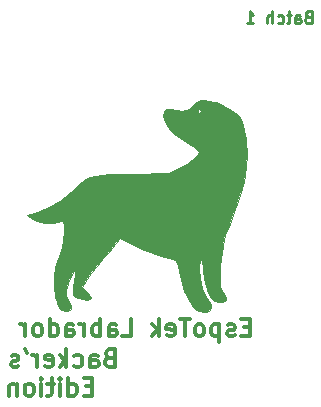
<source format=gbr>
G04 #@! TF.FileFunction,Legend,Bot*
%FSLAX46Y46*%
G04 Gerber Fmt 4.6, Leading zero omitted, Abs format (unit mm)*
G04 Created by KiCad (PCBNEW 4.0.4-stable) date 05/09/17 17:15:03*
%MOMM*%
%LPD*%
G01*
G04 APERTURE LIST*
%ADD10C,0.100000*%
%ADD11C,0.250000*%
%ADD12C,0.300000*%
%ADD13C,0.010000*%
G04 APERTURE END LIST*
D10*
D11*
X101794962Y-99801371D02*
X101652105Y-99848990D01*
X101604486Y-99896610D01*
X101556867Y-99991848D01*
X101556867Y-100134705D01*
X101604486Y-100229943D01*
X101652105Y-100277562D01*
X101747343Y-100325181D01*
X102128296Y-100325181D01*
X102128296Y-99325181D01*
X101794962Y-99325181D01*
X101699724Y-99372800D01*
X101652105Y-99420419D01*
X101604486Y-99515657D01*
X101604486Y-99610895D01*
X101652105Y-99706133D01*
X101699724Y-99753752D01*
X101794962Y-99801371D01*
X102128296Y-99801371D01*
X100699724Y-100325181D02*
X100699724Y-99801371D01*
X100747343Y-99706133D01*
X100842581Y-99658514D01*
X101033058Y-99658514D01*
X101128296Y-99706133D01*
X100699724Y-100277562D02*
X100794962Y-100325181D01*
X101033058Y-100325181D01*
X101128296Y-100277562D01*
X101175915Y-100182324D01*
X101175915Y-100087086D01*
X101128296Y-99991848D01*
X101033058Y-99944229D01*
X100794962Y-99944229D01*
X100699724Y-99896610D01*
X100366391Y-99658514D02*
X99985439Y-99658514D01*
X100223534Y-99325181D02*
X100223534Y-100182324D01*
X100175915Y-100277562D01*
X100080677Y-100325181D01*
X99985439Y-100325181D01*
X99223533Y-100277562D02*
X99318771Y-100325181D01*
X99509248Y-100325181D01*
X99604486Y-100277562D01*
X99652105Y-100229943D01*
X99699724Y-100134705D01*
X99699724Y-99848990D01*
X99652105Y-99753752D01*
X99604486Y-99706133D01*
X99509248Y-99658514D01*
X99318771Y-99658514D01*
X99223533Y-99706133D01*
X98794962Y-100325181D02*
X98794962Y-99325181D01*
X98366390Y-100325181D02*
X98366390Y-99801371D01*
X98414009Y-99706133D01*
X98509247Y-99658514D01*
X98652105Y-99658514D01*
X98747343Y-99706133D01*
X98794962Y-99753752D01*
X96604485Y-100325181D02*
X97175914Y-100325181D01*
X96890200Y-100325181D02*
X96890200Y-99325181D01*
X96985438Y-99468038D01*
X97080676Y-99563276D01*
X97175914Y-99610895D01*
D12*
X83522700Y-131071157D02*
X83022700Y-131071157D01*
X82808414Y-131856871D02*
X83522700Y-131856871D01*
X83522700Y-130356871D01*
X82808414Y-130356871D01*
X81522700Y-131856871D02*
X81522700Y-130356871D01*
X81522700Y-131785443D02*
X81665557Y-131856871D01*
X81951271Y-131856871D01*
X82094129Y-131785443D01*
X82165557Y-131714014D01*
X82236986Y-131571157D01*
X82236986Y-131142586D01*
X82165557Y-130999729D01*
X82094129Y-130928300D01*
X81951271Y-130856871D01*
X81665557Y-130856871D01*
X81522700Y-130928300D01*
X80808414Y-131856871D02*
X80808414Y-130856871D01*
X80808414Y-130356871D02*
X80879843Y-130428300D01*
X80808414Y-130499729D01*
X80736986Y-130428300D01*
X80808414Y-130356871D01*
X80808414Y-130499729D01*
X80308414Y-130856871D02*
X79736985Y-130856871D01*
X80094128Y-130356871D02*
X80094128Y-131642586D01*
X80022700Y-131785443D01*
X79879842Y-131856871D01*
X79736985Y-131856871D01*
X79236985Y-131856871D02*
X79236985Y-130856871D01*
X79236985Y-130356871D02*
X79308414Y-130428300D01*
X79236985Y-130499729D01*
X79165557Y-130428300D01*
X79236985Y-130356871D01*
X79236985Y-130499729D01*
X78308413Y-131856871D02*
X78451271Y-131785443D01*
X78522699Y-131714014D01*
X78594128Y-131571157D01*
X78594128Y-131142586D01*
X78522699Y-130999729D01*
X78451271Y-130928300D01*
X78308413Y-130856871D01*
X78094128Y-130856871D01*
X77951271Y-130928300D01*
X77879842Y-130999729D01*
X77808413Y-131142586D01*
X77808413Y-131571157D01*
X77879842Y-131714014D01*
X77951271Y-131785443D01*
X78094128Y-131856871D01*
X78308413Y-131856871D01*
X77165556Y-130856871D02*
X77165556Y-131856871D01*
X77165556Y-130999729D02*
X77094128Y-130928300D01*
X76951270Y-130856871D01*
X76736985Y-130856871D01*
X76594128Y-130928300D01*
X76522699Y-131071157D01*
X76522699Y-131856871D01*
X84995057Y-128658157D02*
X84780771Y-128729586D01*
X84709343Y-128801014D01*
X84637914Y-128943871D01*
X84637914Y-129158157D01*
X84709343Y-129301014D01*
X84780771Y-129372443D01*
X84923629Y-129443871D01*
X85495057Y-129443871D01*
X85495057Y-127943871D01*
X84995057Y-127943871D01*
X84852200Y-128015300D01*
X84780771Y-128086729D01*
X84709343Y-128229586D01*
X84709343Y-128372443D01*
X84780771Y-128515300D01*
X84852200Y-128586729D01*
X84995057Y-128658157D01*
X85495057Y-128658157D01*
X83352200Y-129443871D02*
X83352200Y-128658157D01*
X83423629Y-128515300D01*
X83566486Y-128443871D01*
X83852200Y-128443871D01*
X83995057Y-128515300D01*
X83352200Y-129372443D02*
X83495057Y-129443871D01*
X83852200Y-129443871D01*
X83995057Y-129372443D01*
X84066486Y-129229586D01*
X84066486Y-129086729D01*
X83995057Y-128943871D01*
X83852200Y-128872443D01*
X83495057Y-128872443D01*
X83352200Y-128801014D01*
X81995057Y-129372443D02*
X82137914Y-129443871D01*
X82423628Y-129443871D01*
X82566486Y-129372443D01*
X82637914Y-129301014D01*
X82709343Y-129158157D01*
X82709343Y-128729586D01*
X82637914Y-128586729D01*
X82566486Y-128515300D01*
X82423628Y-128443871D01*
X82137914Y-128443871D01*
X81995057Y-128515300D01*
X81352200Y-129443871D02*
X81352200Y-127943871D01*
X81209343Y-128872443D02*
X80780772Y-129443871D01*
X80780772Y-128443871D02*
X81352200Y-129015300D01*
X79566486Y-129372443D02*
X79709343Y-129443871D01*
X79995057Y-129443871D01*
X80137914Y-129372443D01*
X80209343Y-129229586D01*
X80209343Y-128658157D01*
X80137914Y-128515300D01*
X79995057Y-128443871D01*
X79709343Y-128443871D01*
X79566486Y-128515300D01*
X79495057Y-128658157D01*
X79495057Y-128801014D01*
X80209343Y-128943871D01*
X78852200Y-129443871D02*
X78852200Y-128443871D01*
X78852200Y-128729586D02*
X78780772Y-128586729D01*
X78709343Y-128515300D01*
X78566486Y-128443871D01*
X78423629Y-128443871D01*
X77852201Y-127943871D02*
X77995058Y-128229586D01*
X77280772Y-129372443D02*
X77137915Y-129443871D01*
X76852200Y-129443871D01*
X76709343Y-129372443D01*
X76637915Y-129229586D01*
X76637915Y-129158157D01*
X76709343Y-129015300D01*
X76852200Y-128943871D01*
X77066486Y-128943871D01*
X77209343Y-128872443D01*
X77280772Y-128729586D01*
X77280772Y-128658157D01*
X77209343Y-128515300D01*
X77066486Y-128443871D01*
X76852200Y-128443871D01*
X76709343Y-128515300D01*
X96868843Y-126054657D02*
X96368843Y-126054657D01*
X96154557Y-126840371D02*
X96868843Y-126840371D01*
X96868843Y-125340371D01*
X96154557Y-125340371D01*
X95583129Y-126768943D02*
X95440272Y-126840371D01*
X95154557Y-126840371D01*
X95011700Y-126768943D01*
X94940272Y-126626086D01*
X94940272Y-126554657D01*
X95011700Y-126411800D01*
X95154557Y-126340371D01*
X95368843Y-126340371D01*
X95511700Y-126268943D01*
X95583129Y-126126086D01*
X95583129Y-126054657D01*
X95511700Y-125911800D01*
X95368843Y-125840371D01*
X95154557Y-125840371D01*
X95011700Y-125911800D01*
X94297414Y-125840371D02*
X94297414Y-127340371D01*
X94297414Y-125911800D02*
X94154557Y-125840371D01*
X93868843Y-125840371D01*
X93725986Y-125911800D01*
X93654557Y-125983229D01*
X93583128Y-126126086D01*
X93583128Y-126554657D01*
X93654557Y-126697514D01*
X93725986Y-126768943D01*
X93868843Y-126840371D01*
X94154557Y-126840371D01*
X94297414Y-126768943D01*
X92725985Y-126840371D02*
X92868843Y-126768943D01*
X92940271Y-126697514D01*
X93011700Y-126554657D01*
X93011700Y-126126086D01*
X92940271Y-125983229D01*
X92868843Y-125911800D01*
X92725985Y-125840371D01*
X92511700Y-125840371D01*
X92368843Y-125911800D01*
X92297414Y-125983229D01*
X92225985Y-126126086D01*
X92225985Y-126554657D01*
X92297414Y-126697514D01*
X92368843Y-126768943D01*
X92511700Y-126840371D01*
X92725985Y-126840371D01*
X91797414Y-125340371D02*
X90940271Y-125340371D01*
X91368842Y-126840371D02*
X91368842Y-125340371D01*
X89868843Y-126768943D02*
X90011700Y-126840371D01*
X90297414Y-126840371D01*
X90440271Y-126768943D01*
X90511700Y-126626086D01*
X90511700Y-126054657D01*
X90440271Y-125911800D01*
X90297414Y-125840371D01*
X90011700Y-125840371D01*
X89868843Y-125911800D01*
X89797414Y-126054657D01*
X89797414Y-126197514D01*
X90511700Y-126340371D01*
X89154557Y-126840371D02*
X89154557Y-125340371D01*
X89011700Y-126268943D02*
X88583129Y-126840371D01*
X88583129Y-125840371D02*
X89154557Y-126411800D01*
X86083128Y-126840371D02*
X86797414Y-126840371D01*
X86797414Y-125340371D01*
X84940271Y-126840371D02*
X84940271Y-126054657D01*
X85011700Y-125911800D01*
X85154557Y-125840371D01*
X85440271Y-125840371D01*
X85583128Y-125911800D01*
X84940271Y-126768943D02*
X85083128Y-126840371D01*
X85440271Y-126840371D01*
X85583128Y-126768943D01*
X85654557Y-126626086D01*
X85654557Y-126483229D01*
X85583128Y-126340371D01*
X85440271Y-126268943D01*
X85083128Y-126268943D01*
X84940271Y-126197514D01*
X84225985Y-126840371D02*
X84225985Y-125340371D01*
X84225985Y-125911800D02*
X84083128Y-125840371D01*
X83797414Y-125840371D01*
X83654557Y-125911800D01*
X83583128Y-125983229D01*
X83511699Y-126126086D01*
X83511699Y-126554657D01*
X83583128Y-126697514D01*
X83654557Y-126768943D01*
X83797414Y-126840371D01*
X84083128Y-126840371D01*
X84225985Y-126768943D01*
X82868842Y-126840371D02*
X82868842Y-125840371D01*
X82868842Y-126126086D02*
X82797414Y-125983229D01*
X82725985Y-125911800D01*
X82583128Y-125840371D01*
X82440271Y-125840371D01*
X81297414Y-126840371D02*
X81297414Y-126054657D01*
X81368843Y-125911800D01*
X81511700Y-125840371D01*
X81797414Y-125840371D01*
X81940271Y-125911800D01*
X81297414Y-126768943D02*
X81440271Y-126840371D01*
X81797414Y-126840371D01*
X81940271Y-126768943D01*
X82011700Y-126626086D01*
X82011700Y-126483229D01*
X81940271Y-126340371D01*
X81797414Y-126268943D01*
X81440271Y-126268943D01*
X81297414Y-126197514D01*
X79940271Y-126840371D02*
X79940271Y-125340371D01*
X79940271Y-126768943D02*
X80083128Y-126840371D01*
X80368842Y-126840371D01*
X80511700Y-126768943D01*
X80583128Y-126697514D01*
X80654557Y-126554657D01*
X80654557Y-126126086D01*
X80583128Y-125983229D01*
X80511700Y-125911800D01*
X80368842Y-125840371D01*
X80083128Y-125840371D01*
X79940271Y-125911800D01*
X79011699Y-126840371D02*
X79154557Y-126768943D01*
X79225985Y-126697514D01*
X79297414Y-126554657D01*
X79297414Y-126126086D01*
X79225985Y-125983229D01*
X79154557Y-125911800D01*
X79011699Y-125840371D01*
X78797414Y-125840371D01*
X78654557Y-125911800D01*
X78583128Y-125983229D01*
X78511699Y-126126086D01*
X78511699Y-126554657D01*
X78583128Y-126697514D01*
X78654557Y-126768943D01*
X78797414Y-126840371D01*
X79011699Y-126840371D01*
X77868842Y-126840371D02*
X77868842Y-125840371D01*
X77868842Y-126126086D02*
X77797414Y-125983229D01*
X77725985Y-125911800D01*
X77583128Y-125840371D01*
X77440271Y-125840371D01*
D13*
G36*
X93319322Y-106884123D02*
X93988681Y-107039947D01*
X94684687Y-107307065D01*
X95324554Y-107643357D01*
X95825495Y-108006702D01*
X96066571Y-108281863D01*
X96234951Y-108693922D01*
X96392430Y-109333247D01*
X96523658Y-110136856D01*
X96529354Y-110180996D01*
X96615469Y-111367841D01*
X96557893Y-112543271D01*
X96346563Y-113769126D01*
X95971414Y-115107252D01*
X95523953Y-116359066D01*
X95164840Y-117300784D01*
X94897925Y-118037983D01*
X94707375Y-118635581D01*
X94577359Y-119158492D01*
X94492044Y-119671635D01*
X94435598Y-120239926D01*
X94392190Y-120928281D01*
X94387208Y-121020118D01*
X94352420Y-121739555D01*
X94344721Y-122233656D01*
X94371400Y-122566696D01*
X94439747Y-122802949D01*
X94557053Y-123006688D01*
X94622924Y-123098362D01*
X94850178Y-123512530D01*
X94821362Y-123791614D01*
X94537357Y-123933340D01*
X94291534Y-123952000D01*
X93859821Y-123875249D01*
X93569892Y-123607226D01*
X93560498Y-123593080D01*
X93373578Y-123192272D01*
X93188164Y-122606124D01*
X93029697Y-121938593D01*
X92923615Y-121293634D01*
X92893574Y-120867714D01*
X92857999Y-120517767D01*
X92772478Y-120332345D01*
X92746286Y-120323428D01*
X92655515Y-120454327D01*
X92610606Y-120798044D01*
X92609397Y-121281113D01*
X92649728Y-121830067D01*
X92729435Y-122371439D01*
X92817411Y-122740709D01*
X92999128Y-123216319D01*
X93217763Y-123605988D01*
X93325411Y-123732977D01*
X93600577Y-124102508D01*
X93626044Y-124431813D01*
X93442336Y-124674655D01*
X93089979Y-124784799D01*
X92609497Y-124716011D01*
X92499111Y-124675716D01*
X92081079Y-124366021D01*
X91685089Y-123801368D01*
X91328255Y-123017044D01*
X91027694Y-122048337D01*
X90865022Y-121306764D01*
X90762423Y-120791063D01*
X90665571Y-120492116D01*
X90528473Y-120341040D01*
X90305136Y-120268952D01*
X90154249Y-120242257D01*
X89610719Y-120131969D01*
X89066150Y-119973623D01*
X88447780Y-119741309D01*
X87682846Y-119409116D01*
X87230858Y-119201276D01*
X85852000Y-118559453D01*
X85489143Y-119025135D01*
X85219968Y-119354902D01*
X84829976Y-119813788D01*
X84392837Y-120315408D01*
X84284757Y-120437435D01*
X83840005Y-120964025D01*
X83423415Y-121502277D01*
X83112453Y-121951175D01*
X83068465Y-122023538D01*
X82693702Y-122663023D01*
X83103494Y-123090754D01*
X83357600Y-123400517D01*
X83400331Y-123602183D01*
X83344731Y-123687041D01*
X83099712Y-123758398D01*
X82718102Y-123716662D01*
X82315240Y-123592952D01*
X82006464Y-123418387D01*
X81913875Y-123300983D01*
X81894806Y-123060147D01*
X81921671Y-122632578D01*
X81978193Y-122184251D01*
X82044059Y-121704244D01*
X82077413Y-121354099D01*
X82072484Y-121216506D01*
X81979418Y-121284542D01*
X81827519Y-121548761D01*
X81651939Y-121930695D01*
X81487831Y-122351878D01*
X81370346Y-122733840D01*
X81348975Y-122831558D01*
X81325422Y-123308137D01*
X81482483Y-123756545D01*
X81556251Y-123888235D01*
X81758570Y-124313905D01*
X81745484Y-124565532D01*
X81510585Y-124670530D01*
X81371747Y-124677714D01*
X80924438Y-124578218D01*
X80617841Y-124262434D01*
X80430443Y-123704419D01*
X80396437Y-123501479D01*
X80290762Y-122533901D01*
X80288785Y-121741093D01*
X80399393Y-121023463D01*
X80631472Y-120281415D01*
X80699429Y-120105714D01*
X80958412Y-119370077D01*
X81093330Y-118731403D01*
X81134678Y-118040939D01*
X81134857Y-117981836D01*
X81127830Y-117449176D01*
X81096814Y-117152637D01*
X81026911Y-117038197D01*
X80903222Y-117051834D01*
X80880858Y-117060850D01*
X80223764Y-117227922D01*
X79506527Y-117238621D01*
X78837882Y-117102142D01*
X78349468Y-116846775D01*
X78018997Y-116579176D01*
X78669784Y-116406001D01*
X79715510Y-116009695D01*
X80776999Y-115391814D01*
X81769257Y-114603023D01*
X81897885Y-114481765D01*
X82326138Y-114072183D01*
X82685226Y-113756135D01*
X83021252Y-113520526D01*
X83380318Y-113352261D01*
X83808530Y-113238244D01*
X84351989Y-113165380D01*
X85056801Y-113120573D01*
X85969067Y-113090728D01*
X86871631Y-113069004D01*
X90068404Y-112993714D01*
X91013314Y-112528251D01*
X91541512Y-112240500D01*
X92007817Y-111938653D01*
X92303556Y-111695201D01*
X92524711Y-111435741D01*
X92556017Y-111265147D01*
X92414004Y-111068144D01*
X92396291Y-111048498D01*
X92148468Y-110838987D01*
X91732705Y-110548952D01*
X91235178Y-110238194D01*
X91192212Y-110212935D01*
X90385842Y-109646081D01*
X89844991Y-109048478D01*
X89579849Y-108432857D01*
X89553143Y-108165752D01*
X89595331Y-107820971D01*
X89640632Y-107768571D01*
X92456000Y-107768571D01*
X92529646Y-107949212D01*
X92612029Y-107958466D01*
X92761985Y-107808623D01*
X92768058Y-107768571D01*
X92655061Y-107598386D01*
X92612029Y-107578676D01*
X92479682Y-107648739D01*
X92456000Y-107768571D01*
X89640632Y-107768571D01*
X89755666Y-107635511D01*
X90084807Y-107587521D01*
X90633415Y-107655152D01*
X90706651Y-107668224D01*
X91153356Y-107736341D01*
X91452399Y-107713027D01*
X91730785Y-107563699D01*
X92060854Y-107299488D01*
X92442080Y-107004676D01*
X92737842Y-106870333D01*
X93071831Y-106855634D01*
X93319322Y-106884123D01*
X93319322Y-106884123D01*
G37*
X93319322Y-106884123D02*
X93988681Y-107039947D01*
X94684687Y-107307065D01*
X95324554Y-107643357D01*
X95825495Y-108006702D01*
X96066571Y-108281863D01*
X96234951Y-108693922D01*
X96392430Y-109333247D01*
X96523658Y-110136856D01*
X96529354Y-110180996D01*
X96615469Y-111367841D01*
X96557893Y-112543271D01*
X96346563Y-113769126D01*
X95971414Y-115107252D01*
X95523953Y-116359066D01*
X95164840Y-117300784D01*
X94897925Y-118037983D01*
X94707375Y-118635581D01*
X94577359Y-119158492D01*
X94492044Y-119671635D01*
X94435598Y-120239926D01*
X94392190Y-120928281D01*
X94387208Y-121020118D01*
X94352420Y-121739555D01*
X94344721Y-122233656D01*
X94371400Y-122566696D01*
X94439747Y-122802949D01*
X94557053Y-123006688D01*
X94622924Y-123098362D01*
X94850178Y-123512530D01*
X94821362Y-123791614D01*
X94537357Y-123933340D01*
X94291534Y-123952000D01*
X93859821Y-123875249D01*
X93569892Y-123607226D01*
X93560498Y-123593080D01*
X93373578Y-123192272D01*
X93188164Y-122606124D01*
X93029697Y-121938593D01*
X92923615Y-121293634D01*
X92893574Y-120867714D01*
X92857999Y-120517767D01*
X92772478Y-120332345D01*
X92746286Y-120323428D01*
X92655515Y-120454327D01*
X92610606Y-120798044D01*
X92609397Y-121281113D01*
X92649728Y-121830067D01*
X92729435Y-122371439D01*
X92817411Y-122740709D01*
X92999128Y-123216319D01*
X93217763Y-123605988D01*
X93325411Y-123732977D01*
X93600577Y-124102508D01*
X93626044Y-124431813D01*
X93442336Y-124674655D01*
X93089979Y-124784799D01*
X92609497Y-124716011D01*
X92499111Y-124675716D01*
X92081079Y-124366021D01*
X91685089Y-123801368D01*
X91328255Y-123017044D01*
X91027694Y-122048337D01*
X90865022Y-121306764D01*
X90762423Y-120791063D01*
X90665571Y-120492116D01*
X90528473Y-120341040D01*
X90305136Y-120268952D01*
X90154249Y-120242257D01*
X89610719Y-120131969D01*
X89066150Y-119973623D01*
X88447780Y-119741309D01*
X87682846Y-119409116D01*
X87230858Y-119201276D01*
X85852000Y-118559453D01*
X85489143Y-119025135D01*
X85219968Y-119354902D01*
X84829976Y-119813788D01*
X84392837Y-120315408D01*
X84284757Y-120437435D01*
X83840005Y-120964025D01*
X83423415Y-121502277D01*
X83112453Y-121951175D01*
X83068465Y-122023538D01*
X82693702Y-122663023D01*
X83103494Y-123090754D01*
X83357600Y-123400517D01*
X83400331Y-123602183D01*
X83344731Y-123687041D01*
X83099712Y-123758398D01*
X82718102Y-123716662D01*
X82315240Y-123592952D01*
X82006464Y-123418387D01*
X81913875Y-123300983D01*
X81894806Y-123060147D01*
X81921671Y-122632578D01*
X81978193Y-122184251D01*
X82044059Y-121704244D01*
X82077413Y-121354099D01*
X82072484Y-121216506D01*
X81979418Y-121284542D01*
X81827519Y-121548761D01*
X81651939Y-121930695D01*
X81487831Y-122351878D01*
X81370346Y-122733840D01*
X81348975Y-122831558D01*
X81325422Y-123308137D01*
X81482483Y-123756545D01*
X81556251Y-123888235D01*
X81758570Y-124313905D01*
X81745484Y-124565532D01*
X81510585Y-124670530D01*
X81371747Y-124677714D01*
X80924438Y-124578218D01*
X80617841Y-124262434D01*
X80430443Y-123704419D01*
X80396437Y-123501479D01*
X80290762Y-122533901D01*
X80288785Y-121741093D01*
X80399393Y-121023463D01*
X80631472Y-120281415D01*
X80699429Y-120105714D01*
X80958412Y-119370077D01*
X81093330Y-118731403D01*
X81134678Y-118040939D01*
X81134857Y-117981836D01*
X81127830Y-117449176D01*
X81096814Y-117152637D01*
X81026911Y-117038197D01*
X80903222Y-117051834D01*
X80880858Y-117060850D01*
X80223764Y-117227922D01*
X79506527Y-117238621D01*
X78837882Y-117102142D01*
X78349468Y-116846775D01*
X78018997Y-116579176D01*
X78669784Y-116406001D01*
X79715510Y-116009695D01*
X80776999Y-115391814D01*
X81769257Y-114603023D01*
X81897885Y-114481765D01*
X82326138Y-114072183D01*
X82685226Y-113756135D01*
X83021252Y-113520526D01*
X83380318Y-113352261D01*
X83808530Y-113238244D01*
X84351989Y-113165380D01*
X85056801Y-113120573D01*
X85969067Y-113090728D01*
X86871631Y-113069004D01*
X90068404Y-112993714D01*
X91013314Y-112528251D01*
X91541512Y-112240500D01*
X92007817Y-111938653D01*
X92303556Y-111695201D01*
X92524711Y-111435741D01*
X92556017Y-111265147D01*
X92414004Y-111068144D01*
X92396291Y-111048498D01*
X92148468Y-110838987D01*
X91732705Y-110548952D01*
X91235178Y-110238194D01*
X91192212Y-110212935D01*
X90385842Y-109646081D01*
X89844991Y-109048478D01*
X89579849Y-108432857D01*
X89553143Y-108165752D01*
X89595331Y-107820971D01*
X89640632Y-107768571D01*
X92456000Y-107768571D01*
X92529646Y-107949212D01*
X92612029Y-107958466D01*
X92761985Y-107808623D01*
X92768058Y-107768571D01*
X92655061Y-107598386D01*
X92612029Y-107578676D01*
X92479682Y-107648739D01*
X92456000Y-107768571D01*
X89640632Y-107768571D01*
X89755666Y-107635511D01*
X90084807Y-107587521D01*
X90633415Y-107655152D01*
X90706651Y-107668224D01*
X91153356Y-107736341D01*
X91452399Y-107713027D01*
X91730785Y-107563699D01*
X92060854Y-107299488D01*
X92442080Y-107004676D01*
X92737842Y-106870333D01*
X93071831Y-106855634D01*
X93319322Y-106884123D01*
M02*

</source>
